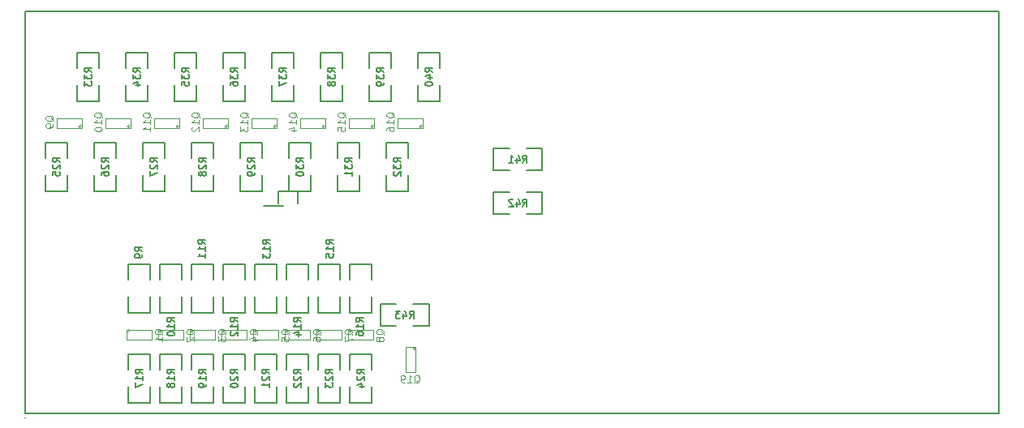
<source format=gbo>
G04 (created by PCBNEW (2013-mar-13)-testing) date mer. 23 oct. 2013 21:04:54 CEST*
%MOIN*%
G04 Gerber Fmt 3.4, Leading zero omitted, Abs format*
%FSLAX34Y34*%
G01*
G70*
G90*
G04 APERTURE LIST*
%ADD10C,0.005906*%
%ADD11C,0.007874*%
%ADD12C,0.005000*%
%ADD13C,0.003100*%
%ADD14C,0.004700*%
G04 APERTURE END LIST*
G54D10*
X74000Y-29100D02*
X74000Y-45650D01*
X73400Y-29100D02*
X74000Y-29100D01*
X73400Y-45650D02*
X74000Y-45650D01*
X34000Y-29100D02*
X34000Y-45600D01*
X34000Y-29100D02*
X73400Y-29100D01*
X34000Y-45650D02*
X34000Y-45600D01*
X73400Y-45650D02*
X34000Y-45650D01*
G54D11*
X43800Y-37100D02*
X43950Y-37100D01*
X44400Y-36500D02*
X44400Y-37000D01*
X44550Y-36500D02*
X44400Y-36500D01*
X43900Y-37100D02*
X44100Y-37100D01*
X44500Y-36500D02*
X44700Y-36500D01*
X44600Y-37100D02*
X44050Y-37100D01*
X45200Y-36500D02*
X45200Y-37000D01*
X44650Y-36500D02*
X45200Y-36500D01*
G54D10*
X34000Y-45800D02*
G75*
G03X34000Y-45800I0J0D01*
G74*
G01*
X33999Y-45800D02*
X34000Y-45800D01*
X34000Y-45799D02*
X34000Y-45800D01*
G54D12*
X38250Y-39500D02*
X39150Y-39500D01*
X39150Y-39500D02*
X39150Y-40150D01*
X38250Y-40850D02*
X38250Y-41500D01*
X38250Y-41500D02*
X39150Y-41500D01*
X39150Y-41500D02*
X39150Y-40850D01*
X38250Y-40150D02*
X38250Y-39500D01*
X40850Y-39500D02*
X41750Y-39500D01*
X41750Y-39500D02*
X41750Y-40150D01*
X40850Y-40850D02*
X40850Y-41500D01*
X40850Y-41500D02*
X41750Y-41500D01*
X41750Y-41500D02*
X41750Y-40850D01*
X40850Y-40150D02*
X40850Y-39500D01*
X43450Y-39500D02*
X44350Y-39500D01*
X44350Y-39500D02*
X44350Y-40150D01*
X43450Y-40850D02*
X43450Y-41500D01*
X43450Y-41500D02*
X44350Y-41500D01*
X44350Y-41500D02*
X44350Y-40850D01*
X43450Y-40150D02*
X43450Y-39500D01*
X46050Y-39500D02*
X46950Y-39500D01*
X46950Y-39500D02*
X46950Y-40150D01*
X46050Y-40850D02*
X46050Y-41500D01*
X46050Y-41500D02*
X46950Y-41500D01*
X46950Y-41500D02*
X46950Y-40850D01*
X46050Y-40150D02*
X46050Y-39500D01*
X47350Y-39500D02*
X48250Y-39500D01*
X48250Y-39500D02*
X48250Y-40150D01*
X47350Y-40850D02*
X47350Y-41500D01*
X47350Y-41500D02*
X48250Y-41500D01*
X48250Y-41500D02*
X48250Y-40850D01*
X47350Y-40150D02*
X47350Y-39500D01*
X44750Y-39500D02*
X45650Y-39500D01*
X45650Y-39500D02*
X45650Y-40150D01*
X44750Y-40850D02*
X44750Y-41500D01*
X44750Y-41500D02*
X45650Y-41500D01*
X45650Y-41500D02*
X45650Y-40850D01*
X44750Y-40150D02*
X44750Y-39500D01*
X42150Y-39500D02*
X43050Y-39500D01*
X43050Y-39500D02*
X43050Y-40150D01*
X42150Y-40850D02*
X42150Y-41500D01*
X42150Y-41500D02*
X43050Y-41500D01*
X43050Y-41500D02*
X43050Y-40850D01*
X42150Y-40150D02*
X42150Y-39500D01*
X39550Y-39500D02*
X40450Y-39500D01*
X40450Y-39500D02*
X40450Y-40150D01*
X39550Y-40850D02*
X39550Y-41500D01*
X39550Y-41500D02*
X40450Y-41500D01*
X40450Y-41500D02*
X40450Y-40850D01*
X39550Y-40150D02*
X39550Y-39500D01*
X39150Y-45200D02*
X38250Y-45200D01*
X38250Y-45200D02*
X38250Y-44550D01*
X39150Y-43850D02*
X39150Y-43200D01*
X39150Y-43200D02*
X38250Y-43200D01*
X38250Y-43200D02*
X38250Y-43850D01*
X39150Y-44550D02*
X39150Y-45200D01*
X40450Y-45200D02*
X39550Y-45200D01*
X39550Y-45200D02*
X39550Y-44550D01*
X40450Y-43850D02*
X40450Y-43200D01*
X40450Y-43200D02*
X39550Y-43200D01*
X39550Y-43200D02*
X39550Y-43850D01*
X40450Y-44550D02*
X40450Y-45200D01*
G54D13*
X38299Y-42262D02*
G75*
G03X38299Y-42262I-62J0D01*
G74*
G01*
X39200Y-42600D02*
X39200Y-42200D01*
X38175Y-42600D02*
X38175Y-42200D01*
X39200Y-42200D02*
X38175Y-42200D01*
X38175Y-42600D02*
X39200Y-42600D01*
X39599Y-42262D02*
G75*
G03X39599Y-42262I-62J0D01*
G74*
G01*
X40500Y-42600D02*
X40500Y-42200D01*
X39475Y-42600D02*
X39475Y-42200D01*
X40500Y-42200D02*
X39475Y-42200D01*
X39475Y-42600D02*
X40500Y-42600D01*
X40899Y-42262D02*
G75*
G03X40899Y-42262I-62J0D01*
G74*
G01*
X41800Y-42600D02*
X41800Y-42200D01*
X40775Y-42600D02*
X40775Y-42200D01*
X41800Y-42200D02*
X40775Y-42200D01*
X40775Y-42600D02*
X41800Y-42600D01*
X42199Y-42262D02*
G75*
G03X42199Y-42262I-62J0D01*
G74*
G01*
X43100Y-42600D02*
X43100Y-42200D01*
X42075Y-42600D02*
X42075Y-42200D01*
X43100Y-42200D02*
X42075Y-42200D01*
X42075Y-42600D02*
X43100Y-42600D01*
X43499Y-42262D02*
G75*
G03X43499Y-42262I-62J0D01*
G74*
G01*
X44400Y-42600D02*
X44400Y-42200D01*
X43375Y-42600D02*
X43375Y-42200D01*
X44400Y-42200D02*
X43375Y-42200D01*
X43375Y-42600D02*
X44400Y-42600D01*
X44799Y-42262D02*
G75*
G03X44799Y-42262I-62J0D01*
G74*
G01*
X45700Y-42600D02*
X45700Y-42200D01*
X44675Y-42600D02*
X44675Y-42200D01*
X45700Y-42200D02*
X44675Y-42200D01*
X44675Y-42600D02*
X45700Y-42600D01*
X46099Y-42262D02*
G75*
G03X46099Y-42262I-62J0D01*
G74*
G01*
X47000Y-42600D02*
X47000Y-42200D01*
X45975Y-42600D02*
X45975Y-42200D01*
X47000Y-42200D02*
X45975Y-42200D01*
X45975Y-42600D02*
X47000Y-42600D01*
X47399Y-42262D02*
G75*
G03X47399Y-42262I-62J0D01*
G74*
G01*
X48300Y-42600D02*
X48300Y-42200D01*
X47275Y-42600D02*
X47275Y-42200D01*
X48300Y-42200D02*
X47275Y-42200D01*
X47275Y-42600D02*
X48300Y-42600D01*
X36325Y-33838D02*
G75*
G03X36325Y-33838I-62J0D01*
G74*
G01*
X35300Y-33500D02*
X35300Y-33900D01*
X36325Y-33500D02*
X36325Y-33900D01*
X35300Y-33900D02*
X36325Y-33900D01*
X36325Y-33500D02*
X35300Y-33500D01*
X38325Y-33838D02*
G75*
G03X38325Y-33838I-62J0D01*
G74*
G01*
X37300Y-33500D02*
X37300Y-33900D01*
X38325Y-33500D02*
X38325Y-33900D01*
X37300Y-33900D02*
X38325Y-33900D01*
X38325Y-33500D02*
X37300Y-33500D01*
X40325Y-33838D02*
G75*
G03X40325Y-33838I-62J0D01*
G74*
G01*
X39300Y-33500D02*
X39300Y-33900D01*
X40325Y-33500D02*
X40325Y-33900D01*
X39300Y-33900D02*
X40325Y-33900D01*
X40325Y-33500D02*
X39300Y-33500D01*
X42325Y-33838D02*
G75*
G03X42325Y-33838I-62J0D01*
G74*
G01*
X41300Y-33500D02*
X41300Y-33900D01*
X42325Y-33500D02*
X42325Y-33900D01*
X41300Y-33900D02*
X42325Y-33900D01*
X42325Y-33500D02*
X41300Y-33500D01*
X44325Y-33838D02*
G75*
G03X44325Y-33838I-62J0D01*
G74*
G01*
X43300Y-33500D02*
X43300Y-33900D01*
X44325Y-33500D02*
X44325Y-33900D01*
X43300Y-33900D02*
X44325Y-33900D01*
X44325Y-33500D02*
X43300Y-33500D01*
X46325Y-33838D02*
G75*
G03X46325Y-33838I-62J0D01*
G74*
G01*
X45300Y-33500D02*
X45300Y-33900D01*
X46325Y-33500D02*
X46325Y-33900D01*
X45300Y-33900D02*
X46325Y-33900D01*
X46325Y-33500D02*
X45300Y-33500D01*
X48325Y-33838D02*
G75*
G03X48325Y-33838I-62J0D01*
G74*
G01*
X47300Y-33500D02*
X47300Y-33900D01*
X48325Y-33500D02*
X48325Y-33900D01*
X47300Y-33900D02*
X48325Y-33900D01*
X48325Y-33500D02*
X47300Y-33500D01*
X50325Y-33838D02*
G75*
G03X50325Y-33838I-62J0D01*
G74*
G01*
X49300Y-33500D02*
X49300Y-33900D01*
X50325Y-33500D02*
X50325Y-33900D01*
X49300Y-33900D02*
X50325Y-33900D01*
X50325Y-33500D02*
X49300Y-33500D01*
G54D12*
X41750Y-45200D02*
X40850Y-45200D01*
X40850Y-45200D02*
X40850Y-44550D01*
X41750Y-43850D02*
X41750Y-43200D01*
X41750Y-43200D02*
X40850Y-43200D01*
X40850Y-43200D02*
X40850Y-43850D01*
X41750Y-44550D02*
X41750Y-45200D01*
X43050Y-45200D02*
X42150Y-45200D01*
X42150Y-45200D02*
X42150Y-44550D01*
X43050Y-43850D02*
X43050Y-43200D01*
X43050Y-43200D02*
X42150Y-43200D01*
X42150Y-43200D02*
X42150Y-43850D01*
X43050Y-44550D02*
X43050Y-45200D01*
X44350Y-45200D02*
X43450Y-45200D01*
X43450Y-45200D02*
X43450Y-44550D01*
X44350Y-43850D02*
X44350Y-43200D01*
X44350Y-43200D02*
X43450Y-43200D01*
X43450Y-43200D02*
X43450Y-43850D01*
X44350Y-44550D02*
X44350Y-45200D01*
X45650Y-45200D02*
X44750Y-45200D01*
X44750Y-45200D02*
X44750Y-44550D01*
X45650Y-43850D02*
X45650Y-43200D01*
X45650Y-43200D02*
X44750Y-43200D01*
X44750Y-43200D02*
X44750Y-43850D01*
X45650Y-44550D02*
X45650Y-45200D01*
X46950Y-45200D02*
X46050Y-45200D01*
X46050Y-45200D02*
X46050Y-44550D01*
X46950Y-43850D02*
X46950Y-43200D01*
X46950Y-43200D02*
X46050Y-43200D01*
X46050Y-43200D02*
X46050Y-43850D01*
X46950Y-44550D02*
X46950Y-45200D01*
X48250Y-45200D02*
X47350Y-45200D01*
X47350Y-45200D02*
X47350Y-44550D01*
X48250Y-43850D02*
X48250Y-43200D01*
X48250Y-43200D02*
X47350Y-43200D01*
X47350Y-43200D02*
X47350Y-43850D01*
X48250Y-44550D02*
X48250Y-45200D01*
X35750Y-36500D02*
X34850Y-36500D01*
X34850Y-36500D02*
X34850Y-35850D01*
X35750Y-35150D02*
X35750Y-34500D01*
X35750Y-34500D02*
X34850Y-34500D01*
X34850Y-34500D02*
X34850Y-35150D01*
X35750Y-35850D02*
X35750Y-36500D01*
X37750Y-36500D02*
X36850Y-36500D01*
X36850Y-36500D02*
X36850Y-35850D01*
X37750Y-35150D02*
X37750Y-34500D01*
X37750Y-34500D02*
X36850Y-34500D01*
X36850Y-34500D02*
X36850Y-35150D01*
X37750Y-35850D02*
X37750Y-36500D01*
X39750Y-36500D02*
X38850Y-36500D01*
X38850Y-36500D02*
X38850Y-35850D01*
X39750Y-35150D02*
X39750Y-34500D01*
X39750Y-34500D02*
X38850Y-34500D01*
X38850Y-34500D02*
X38850Y-35150D01*
X39750Y-35850D02*
X39750Y-36500D01*
X41750Y-36500D02*
X40850Y-36500D01*
X40850Y-36500D02*
X40850Y-35850D01*
X41750Y-35150D02*
X41750Y-34500D01*
X41750Y-34500D02*
X40850Y-34500D01*
X40850Y-34500D02*
X40850Y-35150D01*
X41750Y-35850D02*
X41750Y-36500D01*
X43750Y-36500D02*
X42850Y-36500D01*
X42850Y-36500D02*
X42850Y-35850D01*
X43750Y-35150D02*
X43750Y-34500D01*
X43750Y-34500D02*
X42850Y-34500D01*
X42850Y-34500D02*
X42850Y-35150D01*
X43750Y-35850D02*
X43750Y-36500D01*
X45750Y-36500D02*
X44850Y-36500D01*
X44850Y-36500D02*
X44850Y-35850D01*
X45750Y-35150D02*
X45750Y-34500D01*
X45750Y-34500D02*
X44850Y-34500D01*
X44850Y-34500D02*
X44850Y-35150D01*
X45750Y-35850D02*
X45750Y-36500D01*
X47750Y-36500D02*
X46850Y-36500D01*
X46850Y-36500D02*
X46850Y-35850D01*
X47750Y-35150D02*
X47750Y-34500D01*
X47750Y-34500D02*
X46850Y-34500D01*
X46850Y-34500D02*
X46850Y-35150D01*
X47750Y-35850D02*
X47750Y-36500D01*
X49750Y-36500D02*
X48850Y-36500D01*
X48850Y-36500D02*
X48850Y-35850D01*
X49750Y-35150D02*
X49750Y-34500D01*
X49750Y-34500D02*
X48850Y-34500D01*
X48850Y-34500D02*
X48850Y-35150D01*
X49750Y-35850D02*
X49750Y-36500D01*
X36150Y-30800D02*
X37050Y-30800D01*
X37050Y-30800D02*
X37050Y-31450D01*
X36150Y-32150D02*
X36150Y-32800D01*
X36150Y-32800D02*
X37050Y-32800D01*
X37050Y-32800D02*
X37050Y-32150D01*
X36150Y-31450D02*
X36150Y-30800D01*
X38150Y-30800D02*
X39050Y-30800D01*
X39050Y-30800D02*
X39050Y-31450D01*
X38150Y-32150D02*
X38150Y-32800D01*
X38150Y-32800D02*
X39050Y-32800D01*
X39050Y-32800D02*
X39050Y-32150D01*
X38150Y-31450D02*
X38150Y-30800D01*
X40150Y-30800D02*
X41050Y-30800D01*
X41050Y-30800D02*
X41050Y-31450D01*
X40150Y-32150D02*
X40150Y-32800D01*
X40150Y-32800D02*
X41050Y-32800D01*
X41050Y-32800D02*
X41050Y-32150D01*
X40150Y-31450D02*
X40150Y-30800D01*
X42150Y-30800D02*
X43050Y-30800D01*
X43050Y-30800D02*
X43050Y-31450D01*
X42150Y-32150D02*
X42150Y-32800D01*
X42150Y-32800D02*
X43050Y-32800D01*
X43050Y-32800D02*
X43050Y-32150D01*
X42150Y-31450D02*
X42150Y-30800D01*
X44150Y-30800D02*
X45050Y-30800D01*
X45050Y-30800D02*
X45050Y-31450D01*
X44150Y-32150D02*
X44150Y-32800D01*
X44150Y-32800D02*
X45050Y-32800D01*
X45050Y-32800D02*
X45050Y-32150D01*
X44150Y-31450D02*
X44150Y-30800D01*
X46150Y-30800D02*
X47050Y-30800D01*
X47050Y-30800D02*
X47050Y-31450D01*
X46150Y-32150D02*
X46150Y-32800D01*
X46150Y-32800D02*
X47050Y-32800D01*
X47050Y-32800D02*
X47050Y-32150D01*
X46150Y-31450D02*
X46150Y-30800D01*
X48150Y-30800D02*
X49050Y-30800D01*
X49050Y-30800D02*
X49050Y-31450D01*
X48150Y-32150D02*
X48150Y-32800D01*
X48150Y-32800D02*
X49050Y-32800D01*
X49050Y-32800D02*
X49050Y-32150D01*
X48150Y-31450D02*
X48150Y-30800D01*
X50150Y-30800D02*
X51050Y-30800D01*
X51050Y-30800D02*
X51050Y-31450D01*
X50150Y-32150D02*
X50150Y-32800D01*
X50150Y-32800D02*
X51050Y-32800D01*
X51050Y-32800D02*
X51050Y-32150D01*
X50150Y-31450D02*
X50150Y-30800D01*
X55250Y-34750D02*
X55250Y-35650D01*
X55250Y-35650D02*
X54600Y-35650D01*
X53900Y-34750D02*
X53250Y-34750D01*
X53250Y-34750D02*
X53250Y-35650D01*
X53250Y-35650D02*
X53900Y-35650D01*
X54600Y-34750D02*
X55250Y-34750D01*
X53250Y-37450D02*
X53250Y-36550D01*
X53250Y-36550D02*
X53900Y-36550D01*
X54600Y-37450D02*
X55250Y-37450D01*
X55250Y-37450D02*
X55250Y-36550D01*
X55250Y-36550D02*
X54600Y-36550D01*
X53900Y-37450D02*
X53250Y-37450D01*
G54D13*
X50050Y-42987D02*
G75*
G03X50050Y-42987I-62J0D01*
G74*
G01*
X49650Y-43950D02*
X50050Y-43950D01*
X49650Y-42925D02*
X50050Y-42925D01*
X50050Y-43950D02*
X50050Y-42925D01*
X49650Y-42925D02*
X49650Y-43950D01*
G54D12*
X48600Y-42050D02*
X48600Y-41150D01*
X48600Y-41150D02*
X49250Y-41150D01*
X49950Y-42050D02*
X50600Y-42050D01*
X50600Y-42050D02*
X50600Y-41150D01*
X50600Y-41150D02*
X49950Y-41150D01*
X49250Y-42050D02*
X48600Y-42050D01*
X38810Y-38975D02*
X38667Y-38875D01*
X38810Y-38803D02*
X38510Y-38803D01*
X38510Y-38917D01*
X38525Y-38946D01*
X38539Y-38960D01*
X38567Y-38975D01*
X38610Y-38975D01*
X38639Y-38960D01*
X38653Y-38946D01*
X38667Y-38917D01*
X38667Y-38803D01*
X38810Y-39117D02*
X38810Y-39175D01*
X38796Y-39203D01*
X38782Y-39217D01*
X38739Y-39246D01*
X38682Y-39260D01*
X38567Y-39260D01*
X38539Y-39246D01*
X38525Y-39232D01*
X38510Y-39203D01*
X38510Y-39146D01*
X38525Y-39117D01*
X38539Y-39103D01*
X38567Y-39089D01*
X38639Y-39089D01*
X38667Y-39103D01*
X38682Y-39117D01*
X38696Y-39146D01*
X38696Y-39203D01*
X38682Y-39232D01*
X38667Y-39246D01*
X38639Y-39260D01*
X41410Y-38682D02*
X41267Y-38582D01*
X41410Y-38510D02*
X41110Y-38510D01*
X41110Y-38625D01*
X41125Y-38653D01*
X41139Y-38667D01*
X41167Y-38682D01*
X41210Y-38682D01*
X41239Y-38667D01*
X41253Y-38653D01*
X41267Y-38625D01*
X41267Y-38510D01*
X41410Y-38967D02*
X41410Y-38796D01*
X41410Y-38882D02*
X41110Y-38882D01*
X41153Y-38853D01*
X41182Y-38825D01*
X41196Y-38796D01*
X41410Y-39253D02*
X41410Y-39082D01*
X41410Y-39167D02*
X41110Y-39167D01*
X41153Y-39139D01*
X41182Y-39110D01*
X41196Y-39082D01*
X44060Y-38682D02*
X43917Y-38582D01*
X44060Y-38510D02*
X43760Y-38510D01*
X43760Y-38625D01*
X43775Y-38653D01*
X43789Y-38667D01*
X43817Y-38682D01*
X43860Y-38682D01*
X43889Y-38667D01*
X43903Y-38653D01*
X43917Y-38625D01*
X43917Y-38510D01*
X44060Y-38967D02*
X44060Y-38796D01*
X44060Y-38882D02*
X43760Y-38882D01*
X43803Y-38853D01*
X43832Y-38825D01*
X43846Y-38796D01*
X43760Y-39067D02*
X43760Y-39253D01*
X43875Y-39153D01*
X43875Y-39196D01*
X43889Y-39225D01*
X43903Y-39239D01*
X43932Y-39253D01*
X44003Y-39253D01*
X44032Y-39239D01*
X44046Y-39225D01*
X44060Y-39196D01*
X44060Y-39110D01*
X44046Y-39082D01*
X44032Y-39067D01*
X46660Y-38682D02*
X46517Y-38582D01*
X46660Y-38510D02*
X46360Y-38510D01*
X46360Y-38625D01*
X46375Y-38653D01*
X46389Y-38667D01*
X46417Y-38682D01*
X46460Y-38682D01*
X46489Y-38667D01*
X46503Y-38653D01*
X46517Y-38625D01*
X46517Y-38510D01*
X46660Y-38967D02*
X46660Y-38796D01*
X46660Y-38882D02*
X46360Y-38882D01*
X46403Y-38853D01*
X46432Y-38825D01*
X46446Y-38796D01*
X46360Y-39239D02*
X46360Y-39096D01*
X46503Y-39082D01*
X46489Y-39096D01*
X46475Y-39125D01*
X46475Y-39196D01*
X46489Y-39225D01*
X46503Y-39239D01*
X46532Y-39253D01*
X46603Y-39253D01*
X46632Y-39239D01*
X46646Y-39225D01*
X46660Y-39196D01*
X46660Y-39125D01*
X46646Y-39096D01*
X46632Y-39082D01*
X47885Y-41882D02*
X47742Y-41782D01*
X47885Y-41710D02*
X47585Y-41710D01*
X47585Y-41825D01*
X47600Y-41853D01*
X47614Y-41867D01*
X47642Y-41882D01*
X47685Y-41882D01*
X47714Y-41867D01*
X47728Y-41853D01*
X47742Y-41825D01*
X47742Y-41710D01*
X47885Y-42167D02*
X47885Y-41996D01*
X47885Y-42082D02*
X47585Y-42082D01*
X47628Y-42053D01*
X47657Y-42025D01*
X47671Y-41996D01*
X47585Y-42425D02*
X47585Y-42367D01*
X47600Y-42339D01*
X47614Y-42325D01*
X47657Y-42296D01*
X47714Y-42282D01*
X47828Y-42282D01*
X47857Y-42296D01*
X47871Y-42310D01*
X47885Y-42339D01*
X47885Y-42396D01*
X47871Y-42425D01*
X47857Y-42439D01*
X47828Y-42453D01*
X47757Y-42453D01*
X47728Y-42439D01*
X47714Y-42425D01*
X47700Y-42396D01*
X47700Y-42339D01*
X47714Y-42310D01*
X47728Y-42296D01*
X47757Y-42282D01*
X45335Y-41882D02*
X45192Y-41782D01*
X45335Y-41710D02*
X45035Y-41710D01*
X45035Y-41825D01*
X45050Y-41853D01*
X45064Y-41867D01*
X45092Y-41882D01*
X45135Y-41882D01*
X45164Y-41867D01*
X45178Y-41853D01*
X45192Y-41825D01*
X45192Y-41710D01*
X45335Y-42167D02*
X45335Y-41996D01*
X45335Y-42082D02*
X45035Y-42082D01*
X45078Y-42053D01*
X45107Y-42025D01*
X45121Y-41996D01*
X45135Y-42425D02*
X45335Y-42425D01*
X45021Y-42353D02*
X45235Y-42282D01*
X45235Y-42467D01*
X42735Y-41882D02*
X42592Y-41782D01*
X42735Y-41710D02*
X42435Y-41710D01*
X42435Y-41825D01*
X42450Y-41853D01*
X42464Y-41867D01*
X42492Y-41882D01*
X42535Y-41882D01*
X42564Y-41867D01*
X42578Y-41853D01*
X42592Y-41825D01*
X42592Y-41710D01*
X42735Y-42167D02*
X42735Y-41996D01*
X42735Y-42082D02*
X42435Y-42082D01*
X42478Y-42053D01*
X42507Y-42025D01*
X42521Y-41996D01*
X42464Y-42282D02*
X42450Y-42296D01*
X42435Y-42325D01*
X42435Y-42396D01*
X42450Y-42425D01*
X42464Y-42439D01*
X42492Y-42453D01*
X42521Y-42453D01*
X42564Y-42439D01*
X42735Y-42267D01*
X42735Y-42453D01*
X40135Y-41882D02*
X39992Y-41782D01*
X40135Y-41710D02*
X39835Y-41710D01*
X39835Y-41825D01*
X39850Y-41853D01*
X39864Y-41867D01*
X39892Y-41882D01*
X39935Y-41882D01*
X39964Y-41867D01*
X39978Y-41853D01*
X39992Y-41825D01*
X39992Y-41710D01*
X40135Y-42167D02*
X40135Y-41996D01*
X40135Y-42082D02*
X39835Y-42082D01*
X39878Y-42053D01*
X39907Y-42025D01*
X39921Y-41996D01*
X39835Y-42353D02*
X39835Y-42382D01*
X39850Y-42410D01*
X39864Y-42425D01*
X39892Y-42439D01*
X39950Y-42453D01*
X40021Y-42453D01*
X40078Y-42439D01*
X40107Y-42425D01*
X40121Y-42410D01*
X40135Y-42382D01*
X40135Y-42353D01*
X40121Y-42325D01*
X40107Y-42310D01*
X40078Y-42296D01*
X40021Y-42282D01*
X39950Y-42282D01*
X39892Y-42296D01*
X39864Y-42310D01*
X39850Y-42325D01*
X39835Y-42353D01*
X38835Y-44007D02*
X38692Y-43907D01*
X38835Y-43835D02*
X38535Y-43835D01*
X38535Y-43950D01*
X38550Y-43978D01*
X38564Y-43992D01*
X38592Y-44007D01*
X38635Y-44007D01*
X38664Y-43992D01*
X38678Y-43978D01*
X38692Y-43950D01*
X38692Y-43835D01*
X38835Y-44292D02*
X38835Y-44121D01*
X38835Y-44207D02*
X38535Y-44207D01*
X38578Y-44178D01*
X38607Y-44150D01*
X38621Y-44121D01*
X38535Y-44392D02*
X38535Y-44592D01*
X38835Y-44464D01*
X40135Y-44007D02*
X39992Y-43907D01*
X40135Y-43835D02*
X39835Y-43835D01*
X39835Y-43950D01*
X39850Y-43978D01*
X39864Y-43992D01*
X39892Y-44007D01*
X39935Y-44007D01*
X39964Y-43992D01*
X39978Y-43978D01*
X39992Y-43950D01*
X39992Y-43835D01*
X40135Y-44292D02*
X40135Y-44121D01*
X40135Y-44207D02*
X39835Y-44207D01*
X39878Y-44178D01*
X39907Y-44150D01*
X39921Y-44121D01*
X39964Y-44464D02*
X39950Y-44435D01*
X39935Y-44421D01*
X39907Y-44407D01*
X39892Y-44407D01*
X39864Y-44421D01*
X39850Y-44435D01*
X39835Y-44464D01*
X39835Y-44521D01*
X39850Y-44550D01*
X39864Y-44564D01*
X39892Y-44578D01*
X39907Y-44578D01*
X39935Y-44564D01*
X39950Y-44550D01*
X39964Y-44521D01*
X39964Y-44464D01*
X39978Y-44435D01*
X39992Y-44421D01*
X40021Y-44407D01*
X40078Y-44407D01*
X40107Y-44421D01*
X40121Y-44435D01*
X40135Y-44464D01*
X40135Y-44521D01*
X40121Y-44550D01*
X40107Y-44564D01*
X40078Y-44578D01*
X40021Y-44578D01*
X39992Y-44564D01*
X39978Y-44550D01*
X39964Y-44521D01*
G54D14*
X39651Y-42410D02*
X39637Y-42381D01*
X39608Y-42353D01*
X39565Y-42310D01*
X39551Y-42281D01*
X39551Y-42253D01*
X39622Y-42267D02*
X39608Y-42239D01*
X39579Y-42210D01*
X39522Y-42196D01*
X39422Y-42196D01*
X39365Y-42210D01*
X39337Y-42239D01*
X39322Y-42267D01*
X39322Y-42324D01*
X39337Y-42353D01*
X39365Y-42381D01*
X39422Y-42396D01*
X39522Y-42396D01*
X39579Y-42381D01*
X39608Y-42353D01*
X39622Y-42324D01*
X39622Y-42267D01*
X39622Y-42681D02*
X39622Y-42510D01*
X39622Y-42596D02*
X39322Y-42596D01*
X39365Y-42567D01*
X39394Y-42539D01*
X39408Y-42510D01*
X40951Y-42410D02*
X40937Y-42381D01*
X40908Y-42353D01*
X40865Y-42310D01*
X40851Y-42281D01*
X40851Y-42253D01*
X40922Y-42267D02*
X40908Y-42239D01*
X40879Y-42210D01*
X40822Y-42196D01*
X40722Y-42196D01*
X40665Y-42210D01*
X40637Y-42239D01*
X40622Y-42267D01*
X40622Y-42324D01*
X40637Y-42353D01*
X40665Y-42381D01*
X40722Y-42396D01*
X40822Y-42396D01*
X40879Y-42381D01*
X40908Y-42353D01*
X40922Y-42324D01*
X40922Y-42267D01*
X40651Y-42510D02*
X40637Y-42524D01*
X40622Y-42553D01*
X40622Y-42624D01*
X40637Y-42653D01*
X40651Y-42667D01*
X40679Y-42681D01*
X40708Y-42681D01*
X40751Y-42667D01*
X40922Y-42496D01*
X40922Y-42681D01*
X42251Y-42410D02*
X42237Y-42381D01*
X42208Y-42353D01*
X42165Y-42310D01*
X42151Y-42281D01*
X42151Y-42253D01*
X42222Y-42267D02*
X42208Y-42239D01*
X42179Y-42210D01*
X42122Y-42196D01*
X42022Y-42196D01*
X41965Y-42210D01*
X41937Y-42239D01*
X41922Y-42267D01*
X41922Y-42324D01*
X41937Y-42353D01*
X41965Y-42381D01*
X42022Y-42396D01*
X42122Y-42396D01*
X42179Y-42381D01*
X42208Y-42353D01*
X42222Y-42324D01*
X42222Y-42267D01*
X41922Y-42496D02*
X41922Y-42681D01*
X42037Y-42581D01*
X42037Y-42624D01*
X42051Y-42653D01*
X42065Y-42667D01*
X42094Y-42681D01*
X42165Y-42681D01*
X42194Y-42667D01*
X42208Y-42653D01*
X42222Y-42624D01*
X42222Y-42539D01*
X42208Y-42510D01*
X42194Y-42496D01*
X43551Y-42410D02*
X43537Y-42381D01*
X43508Y-42353D01*
X43465Y-42310D01*
X43451Y-42281D01*
X43451Y-42253D01*
X43522Y-42267D02*
X43508Y-42239D01*
X43479Y-42210D01*
X43422Y-42196D01*
X43322Y-42196D01*
X43265Y-42210D01*
X43237Y-42239D01*
X43222Y-42267D01*
X43222Y-42324D01*
X43237Y-42353D01*
X43265Y-42381D01*
X43322Y-42396D01*
X43422Y-42396D01*
X43479Y-42381D01*
X43508Y-42353D01*
X43522Y-42324D01*
X43522Y-42267D01*
X43322Y-42653D02*
X43522Y-42653D01*
X43208Y-42581D02*
X43422Y-42510D01*
X43422Y-42696D01*
X44851Y-42410D02*
X44837Y-42381D01*
X44808Y-42353D01*
X44765Y-42310D01*
X44751Y-42281D01*
X44751Y-42253D01*
X44822Y-42267D02*
X44808Y-42239D01*
X44779Y-42210D01*
X44722Y-42196D01*
X44622Y-42196D01*
X44565Y-42210D01*
X44537Y-42239D01*
X44522Y-42267D01*
X44522Y-42324D01*
X44537Y-42353D01*
X44565Y-42381D01*
X44622Y-42396D01*
X44722Y-42396D01*
X44779Y-42381D01*
X44808Y-42353D01*
X44822Y-42324D01*
X44822Y-42267D01*
X44522Y-42667D02*
X44522Y-42524D01*
X44665Y-42510D01*
X44651Y-42524D01*
X44637Y-42553D01*
X44637Y-42624D01*
X44651Y-42653D01*
X44665Y-42667D01*
X44694Y-42681D01*
X44765Y-42681D01*
X44794Y-42667D01*
X44808Y-42653D01*
X44822Y-42624D01*
X44822Y-42553D01*
X44808Y-42524D01*
X44794Y-42510D01*
X46151Y-42410D02*
X46137Y-42381D01*
X46108Y-42353D01*
X46065Y-42310D01*
X46051Y-42281D01*
X46051Y-42253D01*
X46122Y-42267D02*
X46108Y-42239D01*
X46079Y-42210D01*
X46022Y-42196D01*
X45922Y-42196D01*
X45865Y-42210D01*
X45837Y-42239D01*
X45822Y-42267D01*
X45822Y-42324D01*
X45837Y-42353D01*
X45865Y-42381D01*
X45922Y-42396D01*
X46022Y-42396D01*
X46079Y-42381D01*
X46108Y-42353D01*
X46122Y-42324D01*
X46122Y-42267D01*
X45822Y-42653D02*
X45822Y-42596D01*
X45837Y-42567D01*
X45851Y-42553D01*
X45894Y-42524D01*
X45951Y-42510D01*
X46065Y-42510D01*
X46094Y-42524D01*
X46108Y-42539D01*
X46122Y-42567D01*
X46122Y-42624D01*
X46108Y-42653D01*
X46094Y-42667D01*
X46065Y-42681D01*
X45994Y-42681D01*
X45965Y-42667D01*
X45951Y-42653D01*
X45937Y-42624D01*
X45937Y-42567D01*
X45951Y-42539D01*
X45965Y-42524D01*
X45994Y-42510D01*
X47451Y-42410D02*
X47437Y-42381D01*
X47408Y-42353D01*
X47365Y-42310D01*
X47351Y-42281D01*
X47351Y-42253D01*
X47422Y-42267D02*
X47408Y-42239D01*
X47379Y-42210D01*
X47322Y-42196D01*
X47222Y-42196D01*
X47165Y-42210D01*
X47137Y-42239D01*
X47122Y-42267D01*
X47122Y-42324D01*
X47137Y-42353D01*
X47165Y-42381D01*
X47222Y-42396D01*
X47322Y-42396D01*
X47379Y-42381D01*
X47408Y-42353D01*
X47422Y-42324D01*
X47422Y-42267D01*
X47122Y-42496D02*
X47122Y-42696D01*
X47422Y-42567D01*
X48751Y-42410D02*
X48737Y-42381D01*
X48708Y-42353D01*
X48665Y-42310D01*
X48651Y-42281D01*
X48651Y-42253D01*
X48722Y-42267D02*
X48708Y-42239D01*
X48679Y-42210D01*
X48622Y-42196D01*
X48522Y-42196D01*
X48465Y-42210D01*
X48437Y-42239D01*
X48422Y-42267D01*
X48422Y-42324D01*
X48437Y-42353D01*
X48465Y-42381D01*
X48522Y-42396D01*
X48622Y-42396D01*
X48679Y-42381D01*
X48708Y-42353D01*
X48722Y-42324D01*
X48722Y-42267D01*
X48551Y-42567D02*
X48537Y-42539D01*
X48522Y-42524D01*
X48494Y-42510D01*
X48479Y-42510D01*
X48451Y-42524D01*
X48437Y-42539D01*
X48422Y-42567D01*
X48422Y-42624D01*
X48437Y-42653D01*
X48451Y-42667D01*
X48479Y-42681D01*
X48494Y-42681D01*
X48522Y-42667D01*
X48537Y-42653D01*
X48551Y-42624D01*
X48551Y-42567D01*
X48565Y-42539D01*
X48579Y-42524D01*
X48608Y-42510D01*
X48665Y-42510D01*
X48694Y-42524D01*
X48708Y-42539D01*
X48722Y-42567D01*
X48722Y-42624D01*
X48708Y-42653D01*
X48694Y-42667D01*
X48665Y-42681D01*
X48608Y-42681D01*
X48579Y-42667D01*
X48565Y-42653D01*
X48551Y-42624D01*
X35177Y-33632D02*
X35163Y-33603D01*
X35134Y-33575D01*
X35091Y-33532D01*
X35077Y-33503D01*
X35077Y-33475D01*
X35148Y-33489D02*
X35134Y-33461D01*
X35105Y-33432D01*
X35048Y-33418D01*
X34948Y-33418D01*
X34891Y-33432D01*
X34863Y-33461D01*
X34848Y-33489D01*
X34848Y-33546D01*
X34863Y-33575D01*
X34891Y-33603D01*
X34948Y-33618D01*
X35048Y-33618D01*
X35105Y-33603D01*
X35134Y-33575D01*
X35148Y-33546D01*
X35148Y-33489D01*
X35148Y-33761D02*
X35148Y-33818D01*
X35134Y-33846D01*
X35120Y-33861D01*
X35077Y-33889D01*
X35020Y-33903D01*
X34905Y-33903D01*
X34877Y-33889D01*
X34863Y-33875D01*
X34848Y-33846D01*
X34848Y-33789D01*
X34863Y-33761D01*
X34877Y-33746D01*
X34905Y-33732D01*
X34977Y-33732D01*
X35005Y-33746D01*
X35020Y-33761D01*
X35034Y-33789D01*
X35034Y-33846D01*
X35020Y-33875D01*
X35005Y-33889D01*
X34977Y-33903D01*
X37177Y-33489D02*
X37163Y-33461D01*
X37134Y-33432D01*
X37091Y-33389D01*
X37077Y-33361D01*
X37077Y-33332D01*
X37148Y-33346D02*
X37134Y-33318D01*
X37105Y-33289D01*
X37048Y-33275D01*
X36948Y-33275D01*
X36891Y-33289D01*
X36863Y-33318D01*
X36848Y-33346D01*
X36848Y-33403D01*
X36863Y-33432D01*
X36891Y-33461D01*
X36948Y-33475D01*
X37048Y-33475D01*
X37105Y-33461D01*
X37134Y-33432D01*
X37148Y-33403D01*
X37148Y-33346D01*
X37148Y-33761D02*
X37148Y-33589D01*
X37148Y-33675D02*
X36848Y-33675D01*
X36891Y-33646D01*
X36920Y-33618D01*
X36934Y-33589D01*
X36848Y-33946D02*
X36848Y-33975D01*
X36863Y-34003D01*
X36877Y-34018D01*
X36905Y-34032D01*
X36963Y-34046D01*
X37034Y-34046D01*
X37091Y-34032D01*
X37120Y-34018D01*
X37134Y-34003D01*
X37148Y-33975D01*
X37148Y-33946D01*
X37134Y-33918D01*
X37120Y-33903D01*
X37091Y-33889D01*
X37034Y-33875D01*
X36963Y-33875D01*
X36905Y-33889D01*
X36877Y-33903D01*
X36863Y-33918D01*
X36848Y-33946D01*
X39177Y-33489D02*
X39163Y-33461D01*
X39134Y-33432D01*
X39091Y-33389D01*
X39077Y-33361D01*
X39077Y-33332D01*
X39148Y-33346D02*
X39134Y-33318D01*
X39105Y-33289D01*
X39048Y-33275D01*
X38948Y-33275D01*
X38891Y-33289D01*
X38863Y-33318D01*
X38848Y-33346D01*
X38848Y-33403D01*
X38863Y-33432D01*
X38891Y-33461D01*
X38948Y-33475D01*
X39048Y-33475D01*
X39105Y-33461D01*
X39134Y-33432D01*
X39148Y-33403D01*
X39148Y-33346D01*
X39148Y-33761D02*
X39148Y-33589D01*
X39148Y-33675D02*
X38848Y-33675D01*
X38891Y-33646D01*
X38920Y-33618D01*
X38934Y-33589D01*
X39148Y-34046D02*
X39148Y-33875D01*
X39148Y-33961D02*
X38848Y-33961D01*
X38891Y-33932D01*
X38920Y-33903D01*
X38934Y-33875D01*
X41177Y-33489D02*
X41163Y-33461D01*
X41134Y-33432D01*
X41091Y-33389D01*
X41077Y-33361D01*
X41077Y-33332D01*
X41148Y-33346D02*
X41134Y-33318D01*
X41105Y-33289D01*
X41048Y-33275D01*
X40948Y-33275D01*
X40891Y-33289D01*
X40863Y-33318D01*
X40848Y-33346D01*
X40848Y-33403D01*
X40863Y-33432D01*
X40891Y-33461D01*
X40948Y-33475D01*
X41048Y-33475D01*
X41105Y-33461D01*
X41134Y-33432D01*
X41148Y-33403D01*
X41148Y-33346D01*
X41148Y-33761D02*
X41148Y-33589D01*
X41148Y-33675D02*
X40848Y-33675D01*
X40891Y-33646D01*
X40920Y-33618D01*
X40934Y-33589D01*
X40877Y-33875D02*
X40863Y-33889D01*
X40848Y-33918D01*
X40848Y-33989D01*
X40863Y-34018D01*
X40877Y-34032D01*
X40905Y-34046D01*
X40934Y-34046D01*
X40977Y-34032D01*
X41148Y-33861D01*
X41148Y-34046D01*
X43177Y-33489D02*
X43163Y-33461D01*
X43134Y-33432D01*
X43091Y-33389D01*
X43077Y-33361D01*
X43077Y-33332D01*
X43148Y-33346D02*
X43134Y-33318D01*
X43105Y-33289D01*
X43048Y-33275D01*
X42948Y-33275D01*
X42891Y-33289D01*
X42863Y-33318D01*
X42848Y-33346D01*
X42848Y-33403D01*
X42863Y-33432D01*
X42891Y-33461D01*
X42948Y-33475D01*
X43048Y-33475D01*
X43105Y-33461D01*
X43134Y-33432D01*
X43148Y-33403D01*
X43148Y-33346D01*
X43148Y-33761D02*
X43148Y-33589D01*
X43148Y-33675D02*
X42848Y-33675D01*
X42891Y-33646D01*
X42920Y-33618D01*
X42934Y-33589D01*
X42848Y-33861D02*
X42848Y-34046D01*
X42963Y-33946D01*
X42963Y-33989D01*
X42977Y-34018D01*
X42991Y-34032D01*
X43020Y-34046D01*
X43091Y-34046D01*
X43120Y-34032D01*
X43134Y-34018D01*
X43148Y-33989D01*
X43148Y-33903D01*
X43134Y-33875D01*
X43120Y-33861D01*
X45177Y-33489D02*
X45163Y-33461D01*
X45134Y-33432D01*
X45091Y-33389D01*
X45077Y-33361D01*
X45077Y-33332D01*
X45148Y-33346D02*
X45134Y-33318D01*
X45105Y-33289D01*
X45048Y-33275D01*
X44948Y-33275D01*
X44891Y-33289D01*
X44863Y-33318D01*
X44848Y-33346D01*
X44848Y-33403D01*
X44863Y-33432D01*
X44891Y-33461D01*
X44948Y-33475D01*
X45048Y-33475D01*
X45105Y-33461D01*
X45134Y-33432D01*
X45148Y-33403D01*
X45148Y-33346D01*
X45148Y-33761D02*
X45148Y-33589D01*
X45148Y-33675D02*
X44848Y-33675D01*
X44891Y-33646D01*
X44920Y-33618D01*
X44934Y-33589D01*
X44948Y-34018D02*
X45148Y-34018D01*
X44834Y-33946D02*
X45048Y-33875D01*
X45048Y-34061D01*
X47177Y-33489D02*
X47163Y-33461D01*
X47134Y-33432D01*
X47091Y-33389D01*
X47077Y-33361D01*
X47077Y-33332D01*
X47148Y-33346D02*
X47134Y-33318D01*
X47105Y-33289D01*
X47048Y-33275D01*
X46948Y-33275D01*
X46891Y-33289D01*
X46863Y-33318D01*
X46848Y-33346D01*
X46848Y-33403D01*
X46863Y-33432D01*
X46891Y-33461D01*
X46948Y-33475D01*
X47048Y-33475D01*
X47105Y-33461D01*
X47134Y-33432D01*
X47148Y-33403D01*
X47148Y-33346D01*
X47148Y-33761D02*
X47148Y-33589D01*
X47148Y-33675D02*
X46848Y-33675D01*
X46891Y-33646D01*
X46920Y-33618D01*
X46934Y-33589D01*
X46848Y-34032D02*
X46848Y-33889D01*
X46991Y-33875D01*
X46977Y-33889D01*
X46963Y-33918D01*
X46963Y-33989D01*
X46977Y-34018D01*
X46991Y-34032D01*
X47020Y-34046D01*
X47091Y-34046D01*
X47120Y-34032D01*
X47134Y-34018D01*
X47148Y-33989D01*
X47148Y-33918D01*
X47134Y-33889D01*
X47120Y-33875D01*
X49177Y-33489D02*
X49163Y-33461D01*
X49134Y-33432D01*
X49091Y-33389D01*
X49077Y-33361D01*
X49077Y-33332D01*
X49148Y-33346D02*
X49134Y-33318D01*
X49105Y-33289D01*
X49048Y-33275D01*
X48948Y-33275D01*
X48891Y-33289D01*
X48863Y-33318D01*
X48848Y-33346D01*
X48848Y-33403D01*
X48863Y-33432D01*
X48891Y-33461D01*
X48948Y-33475D01*
X49048Y-33475D01*
X49105Y-33461D01*
X49134Y-33432D01*
X49148Y-33403D01*
X49148Y-33346D01*
X49148Y-33761D02*
X49148Y-33589D01*
X49148Y-33675D02*
X48848Y-33675D01*
X48891Y-33646D01*
X48920Y-33618D01*
X48934Y-33589D01*
X48848Y-34018D02*
X48848Y-33961D01*
X48863Y-33932D01*
X48877Y-33918D01*
X48920Y-33889D01*
X48977Y-33875D01*
X49091Y-33875D01*
X49120Y-33889D01*
X49134Y-33903D01*
X49148Y-33932D01*
X49148Y-33989D01*
X49134Y-34018D01*
X49120Y-34032D01*
X49091Y-34046D01*
X49020Y-34046D01*
X48991Y-34032D01*
X48977Y-34018D01*
X48963Y-33989D01*
X48963Y-33932D01*
X48977Y-33903D01*
X48991Y-33889D01*
X49020Y-33875D01*
G54D12*
X41435Y-44007D02*
X41292Y-43907D01*
X41435Y-43835D02*
X41135Y-43835D01*
X41135Y-43950D01*
X41150Y-43978D01*
X41164Y-43992D01*
X41192Y-44007D01*
X41235Y-44007D01*
X41264Y-43992D01*
X41278Y-43978D01*
X41292Y-43950D01*
X41292Y-43835D01*
X41435Y-44292D02*
X41435Y-44121D01*
X41435Y-44207D02*
X41135Y-44207D01*
X41178Y-44178D01*
X41207Y-44150D01*
X41221Y-44121D01*
X41435Y-44435D02*
X41435Y-44492D01*
X41421Y-44521D01*
X41407Y-44535D01*
X41364Y-44564D01*
X41307Y-44578D01*
X41192Y-44578D01*
X41164Y-44564D01*
X41150Y-44550D01*
X41135Y-44521D01*
X41135Y-44464D01*
X41150Y-44435D01*
X41164Y-44421D01*
X41192Y-44407D01*
X41264Y-44407D01*
X41292Y-44421D01*
X41307Y-44435D01*
X41321Y-44464D01*
X41321Y-44521D01*
X41307Y-44550D01*
X41292Y-44564D01*
X41264Y-44578D01*
X42735Y-44007D02*
X42592Y-43907D01*
X42735Y-43835D02*
X42435Y-43835D01*
X42435Y-43950D01*
X42450Y-43978D01*
X42464Y-43992D01*
X42492Y-44007D01*
X42535Y-44007D01*
X42564Y-43992D01*
X42578Y-43978D01*
X42592Y-43950D01*
X42592Y-43835D01*
X42464Y-44121D02*
X42450Y-44135D01*
X42435Y-44164D01*
X42435Y-44235D01*
X42450Y-44264D01*
X42464Y-44278D01*
X42492Y-44292D01*
X42521Y-44292D01*
X42564Y-44278D01*
X42735Y-44107D01*
X42735Y-44292D01*
X42435Y-44478D02*
X42435Y-44507D01*
X42450Y-44535D01*
X42464Y-44550D01*
X42492Y-44564D01*
X42550Y-44578D01*
X42621Y-44578D01*
X42678Y-44564D01*
X42707Y-44550D01*
X42721Y-44535D01*
X42735Y-44507D01*
X42735Y-44478D01*
X42721Y-44450D01*
X42707Y-44435D01*
X42678Y-44421D01*
X42621Y-44407D01*
X42550Y-44407D01*
X42492Y-44421D01*
X42464Y-44435D01*
X42450Y-44450D01*
X42435Y-44478D01*
X44035Y-44007D02*
X43892Y-43907D01*
X44035Y-43835D02*
X43735Y-43835D01*
X43735Y-43950D01*
X43750Y-43978D01*
X43764Y-43992D01*
X43792Y-44007D01*
X43835Y-44007D01*
X43864Y-43992D01*
X43878Y-43978D01*
X43892Y-43950D01*
X43892Y-43835D01*
X43764Y-44121D02*
X43750Y-44135D01*
X43735Y-44164D01*
X43735Y-44235D01*
X43750Y-44264D01*
X43764Y-44278D01*
X43792Y-44292D01*
X43821Y-44292D01*
X43864Y-44278D01*
X44035Y-44107D01*
X44035Y-44292D01*
X44035Y-44578D02*
X44035Y-44407D01*
X44035Y-44492D02*
X43735Y-44492D01*
X43778Y-44464D01*
X43807Y-44435D01*
X43821Y-44407D01*
X45335Y-44007D02*
X45192Y-43907D01*
X45335Y-43835D02*
X45035Y-43835D01*
X45035Y-43950D01*
X45050Y-43978D01*
X45064Y-43992D01*
X45092Y-44007D01*
X45135Y-44007D01*
X45164Y-43992D01*
X45178Y-43978D01*
X45192Y-43950D01*
X45192Y-43835D01*
X45064Y-44121D02*
X45050Y-44135D01*
X45035Y-44164D01*
X45035Y-44235D01*
X45050Y-44264D01*
X45064Y-44278D01*
X45092Y-44292D01*
X45121Y-44292D01*
X45164Y-44278D01*
X45335Y-44107D01*
X45335Y-44292D01*
X45064Y-44407D02*
X45050Y-44421D01*
X45035Y-44450D01*
X45035Y-44521D01*
X45050Y-44550D01*
X45064Y-44564D01*
X45092Y-44578D01*
X45121Y-44578D01*
X45164Y-44564D01*
X45335Y-44392D01*
X45335Y-44578D01*
X46635Y-44007D02*
X46492Y-43907D01*
X46635Y-43835D02*
X46335Y-43835D01*
X46335Y-43950D01*
X46350Y-43978D01*
X46364Y-43992D01*
X46392Y-44007D01*
X46435Y-44007D01*
X46464Y-43992D01*
X46478Y-43978D01*
X46492Y-43950D01*
X46492Y-43835D01*
X46364Y-44121D02*
X46350Y-44135D01*
X46335Y-44164D01*
X46335Y-44235D01*
X46350Y-44264D01*
X46364Y-44278D01*
X46392Y-44292D01*
X46421Y-44292D01*
X46464Y-44278D01*
X46635Y-44107D01*
X46635Y-44292D01*
X46335Y-44392D02*
X46335Y-44578D01*
X46450Y-44478D01*
X46450Y-44521D01*
X46464Y-44550D01*
X46478Y-44564D01*
X46507Y-44578D01*
X46578Y-44578D01*
X46607Y-44564D01*
X46621Y-44550D01*
X46635Y-44521D01*
X46635Y-44435D01*
X46621Y-44407D01*
X46607Y-44392D01*
X47935Y-44007D02*
X47792Y-43907D01*
X47935Y-43835D02*
X47635Y-43835D01*
X47635Y-43950D01*
X47650Y-43978D01*
X47664Y-43992D01*
X47692Y-44007D01*
X47735Y-44007D01*
X47764Y-43992D01*
X47778Y-43978D01*
X47792Y-43950D01*
X47792Y-43835D01*
X47664Y-44121D02*
X47650Y-44135D01*
X47635Y-44164D01*
X47635Y-44235D01*
X47650Y-44264D01*
X47664Y-44278D01*
X47692Y-44292D01*
X47721Y-44292D01*
X47764Y-44278D01*
X47935Y-44107D01*
X47935Y-44292D01*
X47735Y-44550D02*
X47935Y-44550D01*
X47621Y-44478D02*
X47835Y-44407D01*
X47835Y-44592D01*
X35435Y-35307D02*
X35292Y-35207D01*
X35435Y-35135D02*
X35135Y-35135D01*
X35135Y-35250D01*
X35150Y-35278D01*
X35164Y-35292D01*
X35192Y-35307D01*
X35235Y-35307D01*
X35264Y-35292D01*
X35278Y-35278D01*
X35292Y-35250D01*
X35292Y-35135D01*
X35164Y-35421D02*
X35150Y-35435D01*
X35135Y-35464D01*
X35135Y-35535D01*
X35150Y-35564D01*
X35164Y-35578D01*
X35192Y-35592D01*
X35221Y-35592D01*
X35264Y-35578D01*
X35435Y-35407D01*
X35435Y-35592D01*
X35135Y-35864D02*
X35135Y-35721D01*
X35278Y-35707D01*
X35264Y-35721D01*
X35250Y-35750D01*
X35250Y-35821D01*
X35264Y-35850D01*
X35278Y-35864D01*
X35307Y-35878D01*
X35378Y-35878D01*
X35407Y-35864D01*
X35421Y-35850D01*
X35435Y-35821D01*
X35435Y-35750D01*
X35421Y-35721D01*
X35407Y-35707D01*
X37435Y-35307D02*
X37292Y-35207D01*
X37435Y-35135D02*
X37135Y-35135D01*
X37135Y-35250D01*
X37150Y-35278D01*
X37164Y-35292D01*
X37192Y-35307D01*
X37235Y-35307D01*
X37264Y-35292D01*
X37278Y-35278D01*
X37292Y-35250D01*
X37292Y-35135D01*
X37164Y-35421D02*
X37150Y-35435D01*
X37135Y-35464D01*
X37135Y-35535D01*
X37150Y-35564D01*
X37164Y-35578D01*
X37192Y-35592D01*
X37221Y-35592D01*
X37264Y-35578D01*
X37435Y-35407D01*
X37435Y-35592D01*
X37135Y-35850D02*
X37135Y-35792D01*
X37150Y-35764D01*
X37164Y-35750D01*
X37207Y-35721D01*
X37264Y-35707D01*
X37378Y-35707D01*
X37407Y-35721D01*
X37421Y-35735D01*
X37435Y-35764D01*
X37435Y-35821D01*
X37421Y-35850D01*
X37407Y-35864D01*
X37378Y-35878D01*
X37307Y-35878D01*
X37278Y-35864D01*
X37264Y-35850D01*
X37250Y-35821D01*
X37250Y-35764D01*
X37264Y-35735D01*
X37278Y-35721D01*
X37307Y-35707D01*
X39435Y-35307D02*
X39292Y-35207D01*
X39435Y-35135D02*
X39135Y-35135D01*
X39135Y-35250D01*
X39150Y-35278D01*
X39164Y-35292D01*
X39192Y-35307D01*
X39235Y-35307D01*
X39264Y-35292D01*
X39278Y-35278D01*
X39292Y-35250D01*
X39292Y-35135D01*
X39164Y-35421D02*
X39150Y-35435D01*
X39135Y-35464D01*
X39135Y-35535D01*
X39150Y-35564D01*
X39164Y-35578D01*
X39192Y-35592D01*
X39221Y-35592D01*
X39264Y-35578D01*
X39435Y-35407D01*
X39435Y-35592D01*
X39135Y-35692D02*
X39135Y-35892D01*
X39435Y-35764D01*
X41435Y-35307D02*
X41292Y-35207D01*
X41435Y-35135D02*
X41135Y-35135D01*
X41135Y-35250D01*
X41150Y-35278D01*
X41164Y-35292D01*
X41192Y-35307D01*
X41235Y-35307D01*
X41264Y-35292D01*
X41278Y-35278D01*
X41292Y-35250D01*
X41292Y-35135D01*
X41164Y-35421D02*
X41150Y-35435D01*
X41135Y-35464D01*
X41135Y-35535D01*
X41150Y-35564D01*
X41164Y-35578D01*
X41192Y-35592D01*
X41221Y-35592D01*
X41264Y-35578D01*
X41435Y-35407D01*
X41435Y-35592D01*
X41264Y-35764D02*
X41250Y-35735D01*
X41235Y-35721D01*
X41207Y-35707D01*
X41192Y-35707D01*
X41164Y-35721D01*
X41150Y-35735D01*
X41135Y-35764D01*
X41135Y-35821D01*
X41150Y-35850D01*
X41164Y-35864D01*
X41192Y-35878D01*
X41207Y-35878D01*
X41235Y-35864D01*
X41250Y-35850D01*
X41264Y-35821D01*
X41264Y-35764D01*
X41278Y-35735D01*
X41292Y-35721D01*
X41321Y-35707D01*
X41378Y-35707D01*
X41407Y-35721D01*
X41421Y-35735D01*
X41435Y-35764D01*
X41435Y-35821D01*
X41421Y-35850D01*
X41407Y-35864D01*
X41378Y-35878D01*
X41321Y-35878D01*
X41292Y-35864D01*
X41278Y-35850D01*
X41264Y-35821D01*
X43435Y-35307D02*
X43292Y-35207D01*
X43435Y-35135D02*
X43135Y-35135D01*
X43135Y-35250D01*
X43150Y-35278D01*
X43164Y-35292D01*
X43192Y-35307D01*
X43235Y-35307D01*
X43264Y-35292D01*
X43278Y-35278D01*
X43292Y-35250D01*
X43292Y-35135D01*
X43164Y-35421D02*
X43150Y-35435D01*
X43135Y-35464D01*
X43135Y-35535D01*
X43150Y-35564D01*
X43164Y-35578D01*
X43192Y-35592D01*
X43221Y-35592D01*
X43264Y-35578D01*
X43435Y-35407D01*
X43435Y-35592D01*
X43435Y-35735D02*
X43435Y-35792D01*
X43421Y-35821D01*
X43407Y-35835D01*
X43364Y-35864D01*
X43307Y-35878D01*
X43192Y-35878D01*
X43164Y-35864D01*
X43150Y-35850D01*
X43135Y-35821D01*
X43135Y-35764D01*
X43150Y-35735D01*
X43164Y-35721D01*
X43192Y-35707D01*
X43264Y-35707D01*
X43292Y-35721D01*
X43307Y-35735D01*
X43321Y-35764D01*
X43321Y-35821D01*
X43307Y-35850D01*
X43292Y-35864D01*
X43264Y-35878D01*
X45435Y-35307D02*
X45292Y-35207D01*
X45435Y-35135D02*
X45135Y-35135D01*
X45135Y-35250D01*
X45150Y-35278D01*
X45164Y-35292D01*
X45192Y-35307D01*
X45235Y-35307D01*
X45264Y-35292D01*
X45278Y-35278D01*
X45292Y-35250D01*
X45292Y-35135D01*
X45135Y-35407D02*
X45135Y-35592D01*
X45250Y-35492D01*
X45250Y-35535D01*
X45264Y-35564D01*
X45278Y-35578D01*
X45307Y-35592D01*
X45378Y-35592D01*
X45407Y-35578D01*
X45421Y-35564D01*
X45435Y-35535D01*
X45435Y-35450D01*
X45421Y-35421D01*
X45407Y-35407D01*
X45135Y-35778D02*
X45135Y-35807D01*
X45150Y-35835D01*
X45164Y-35850D01*
X45192Y-35864D01*
X45250Y-35878D01*
X45321Y-35878D01*
X45378Y-35864D01*
X45407Y-35850D01*
X45421Y-35835D01*
X45435Y-35807D01*
X45435Y-35778D01*
X45421Y-35750D01*
X45407Y-35735D01*
X45378Y-35721D01*
X45321Y-35707D01*
X45250Y-35707D01*
X45192Y-35721D01*
X45164Y-35735D01*
X45150Y-35750D01*
X45135Y-35778D01*
X47435Y-35307D02*
X47292Y-35207D01*
X47435Y-35135D02*
X47135Y-35135D01*
X47135Y-35250D01*
X47150Y-35278D01*
X47164Y-35292D01*
X47192Y-35307D01*
X47235Y-35307D01*
X47264Y-35292D01*
X47278Y-35278D01*
X47292Y-35250D01*
X47292Y-35135D01*
X47135Y-35407D02*
X47135Y-35592D01*
X47250Y-35492D01*
X47250Y-35535D01*
X47264Y-35564D01*
X47278Y-35578D01*
X47307Y-35592D01*
X47378Y-35592D01*
X47407Y-35578D01*
X47421Y-35564D01*
X47435Y-35535D01*
X47435Y-35450D01*
X47421Y-35421D01*
X47407Y-35407D01*
X47435Y-35878D02*
X47435Y-35707D01*
X47435Y-35792D02*
X47135Y-35792D01*
X47178Y-35764D01*
X47207Y-35735D01*
X47221Y-35707D01*
X49435Y-35307D02*
X49292Y-35207D01*
X49435Y-35135D02*
X49135Y-35135D01*
X49135Y-35250D01*
X49150Y-35278D01*
X49164Y-35292D01*
X49192Y-35307D01*
X49235Y-35307D01*
X49264Y-35292D01*
X49278Y-35278D01*
X49292Y-35250D01*
X49292Y-35135D01*
X49135Y-35407D02*
X49135Y-35592D01*
X49250Y-35492D01*
X49250Y-35535D01*
X49264Y-35564D01*
X49278Y-35578D01*
X49307Y-35592D01*
X49378Y-35592D01*
X49407Y-35578D01*
X49421Y-35564D01*
X49435Y-35535D01*
X49435Y-35450D01*
X49421Y-35421D01*
X49407Y-35407D01*
X49164Y-35707D02*
X49150Y-35721D01*
X49135Y-35750D01*
X49135Y-35821D01*
X49150Y-35850D01*
X49164Y-35864D01*
X49192Y-35878D01*
X49221Y-35878D01*
X49264Y-35864D01*
X49435Y-35692D01*
X49435Y-35878D01*
X36735Y-31607D02*
X36592Y-31507D01*
X36735Y-31435D02*
X36435Y-31435D01*
X36435Y-31550D01*
X36450Y-31578D01*
X36464Y-31592D01*
X36492Y-31607D01*
X36535Y-31607D01*
X36564Y-31592D01*
X36578Y-31578D01*
X36592Y-31550D01*
X36592Y-31435D01*
X36435Y-31707D02*
X36435Y-31892D01*
X36550Y-31792D01*
X36550Y-31835D01*
X36564Y-31864D01*
X36578Y-31878D01*
X36607Y-31892D01*
X36678Y-31892D01*
X36707Y-31878D01*
X36721Y-31864D01*
X36735Y-31835D01*
X36735Y-31750D01*
X36721Y-31721D01*
X36707Y-31707D01*
X36435Y-31992D02*
X36435Y-32178D01*
X36550Y-32078D01*
X36550Y-32121D01*
X36564Y-32150D01*
X36578Y-32164D01*
X36607Y-32178D01*
X36678Y-32178D01*
X36707Y-32164D01*
X36721Y-32150D01*
X36735Y-32121D01*
X36735Y-32035D01*
X36721Y-32007D01*
X36707Y-31992D01*
X38735Y-31607D02*
X38592Y-31507D01*
X38735Y-31435D02*
X38435Y-31435D01*
X38435Y-31550D01*
X38450Y-31578D01*
X38464Y-31592D01*
X38492Y-31607D01*
X38535Y-31607D01*
X38564Y-31592D01*
X38578Y-31578D01*
X38592Y-31550D01*
X38592Y-31435D01*
X38435Y-31707D02*
X38435Y-31892D01*
X38550Y-31792D01*
X38550Y-31835D01*
X38564Y-31864D01*
X38578Y-31878D01*
X38607Y-31892D01*
X38678Y-31892D01*
X38707Y-31878D01*
X38721Y-31864D01*
X38735Y-31835D01*
X38735Y-31750D01*
X38721Y-31721D01*
X38707Y-31707D01*
X38535Y-32150D02*
X38735Y-32150D01*
X38421Y-32078D02*
X38635Y-32007D01*
X38635Y-32192D01*
X40735Y-31607D02*
X40592Y-31507D01*
X40735Y-31435D02*
X40435Y-31435D01*
X40435Y-31550D01*
X40450Y-31578D01*
X40464Y-31592D01*
X40492Y-31607D01*
X40535Y-31607D01*
X40564Y-31592D01*
X40578Y-31578D01*
X40592Y-31550D01*
X40592Y-31435D01*
X40435Y-31707D02*
X40435Y-31892D01*
X40550Y-31792D01*
X40550Y-31835D01*
X40564Y-31864D01*
X40578Y-31878D01*
X40607Y-31892D01*
X40678Y-31892D01*
X40707Y-31878D01*
X40721Y-31864D01*
X40735Y-31835D01*
X40735Y-31750D01*
X40721Y-31721D01*
X40707Y-31707D01*
X40435Y-32164D02*
X40435Y-32021D01*
X40578Y-32007D01*
X40564Y-32021D01*
X40550Y-32050D01*
X40550Y-32121D01*
X40564Y-32150D01*
X40578Y-32164D01*
X40607Y-32178D01*
X40678Y-32178D01*
X40707Y-32164D01*
X40721Y-32150D01*
X40735Y-32121D01*
X40735Y-32050D01*
X40721Y-32021D01*
X40707Y-32007D01*
X42735Y-31607D02*
X42592Y-31507D01*
X42735Y-31435D02*
X42435Y-31435D01*
X42435Y-31550D01*
X42450Y-31578D01*
X42464Y-31592D01*
X42492Y-31607D01*
X42535Y-31607D01*
X42564Y-31592D01*
X42578Y-31578D01*
X42592Y-31550D01*
X42592Y-31435D01*
X42435Y-31707D02*
X42435Y-31892D01*
X42550Y-31792D01*
X42550Y-31835D01*
X42564Y-31864D01*
X42578Y-31878D01*
X42607Y-31892D01*
X42678Y-31892D01*
X42707Y-31878D01*
X42721Y-31864D01*
X42735Y-31835D01*
X42735Y-31750D01*
X42721Y-31721D01*
X42707Y-31707D01*
X42435Y-32150D02*
X42435Y-32092D01*
X42450Y-32064D01*
X42464Y-32050D01*
X42507Y-32021D01*
X42564Y-32007D01*
X42678Y-32007D01*
X42707Y-32021D01*
X42721Y-32035D01*
X42735Y-32064D01*
X42735Y-32121D01*
X42721Y-32150D01*
X42707Y-32164D01*
X42678Y-32178D01*
X42607Y-32178D01*
X42578Y-32164D01*
X42564Y-32150D01*
X42550Y-32121D01*
X42550Y-32064D01*
X42564Y-32035D01*
X42578Y-32021D01*
X42607Y-32007D01*
X44735Y-31607D02*
X44592Y-31507D01*
X44735Y-31435D02*
X44435Y-31435D01*
X44435Y-31550D01*
X44450Y-31578D01*
X44464Y-31592D01*
X44492Y-31607D01*
X44535Y-31607D01*
X44564Y-31592D01*
X44578Y-31578D01*
X44592Y-31550D01*
X44592Y-31435D01*
X44435Y-31707D02*
X44435Y-31892D01*
X44550Y-31792D01*
X44550Y-31835D01*
X44564Y-31864D01*
X44578Y-31878D01*
X44607Y-31892D01*
X44678Y-31892D01*
X44707Y-31878D01*
X44721Y-31864D01*
X44735Y-31835D01*
X44735Y-31750D01*
X44721Y-31721D01*
X44707Y-31707D01*
X44435Y-31992D02*
X44435Y-32192D01*
X44735Y-32064D01*
X46735Y-31607D02*
X46592Y-31507D01*
X46735Y-31435D02*
X46435Y-31435D01*
X46435Y-31550D01*
X46450Y-31578D01*
X46464Y-31592D01*
X46492Y-31607D01*
X46535Y-31607D01*
X46564Y-31592D01*
X46578Y-31578D01*
X46592Y-31550D01*
X46592Y-31435D01*
X46435Y-31707D02*
X46435Y-31892D01*
X46550Y-31792D01*
X46550Y-31835D01*
X46564Y-31864D01*
X46578Y-31878D01*
X46607Y-31892D01*
X46678Y-31892D01*
X46707Y-31878D01*
X46721Y-31864D01*
X46735Y-31835D01*
X46735Y-31750D01*
X46721Y-31721D01*
X46707Y-31707D01*
X46564Y-32064D02*
X46550Y-32035D01*
X46535Y-32021D01*
X46507Y-32007D01*
X46492Y-32007D01*
X46464Y-32021D01*
X46450Y-32035D01*
X46435Y-32064D01*
X46435Y-32121D01*
X46450Y-32150D01*
X46464Y-32164D01*
X46492Y-32178D01*
X46507Y-32178D01*
X46535Y-32164D01*
X46550Y-32150D01*
X46564Y-32121D01*
X46564Y-32064D01*
X46578Y-32035D01*
X46592Y-32021D01*
X46621Y-32007D01*
X46678Y-32007D01*
X46707Y-32021D01*
X46721Y-32035D01*
X46735Y-32064D01*
X46735Y-32121D01*
X46721Y-32150D01*
X46707Y-32164D01*
X46678Y-32178D01*
X46621Y-32178D01*
X46592Y-32164D01*
X46578Y-32150D01*
X46564Y-32121D01*
X48735Y-31607D02*
X48592Y-31507D01*
X48735Y-31435D02*
X48435Y-31435D01*
X48435Y-31550D01*
X48450Y-31578D01*
X48464Y-31592D01*
X48492Y-31607D01*
X48535Y-31607D01*
X48564Y-31592D01*
X48578Y-31578D01*
X48592Y-31550D01*
X48592Y-31435D01*
X48435Y-31707D02*
X48435Y-31892D01*
X48550Y-31792D01*
X48550Y-31835D01*
X48564Y-31864D01*
X48578Y-31878D01*
X48607Y-31892D01*
X48678Y-31892D01*
X48707Y-31878D01*
X48721Y-31864D01*
X48735Y-31835D01*
X48735Y-31750D01*
X48721Y-31721D01*
X48707Y-31707D01*
X48735Y-32035D02*
X48735Y-32092D01*
X48721Y-32121D01*
X48707Y-32135D01*
X48664Y-32164D01*
X48607Y-32178D01*
X48492Y-32178D01*
X48464Y-32164D01*
X48450Y-32150D01*
X48435Y-32121D01*
X48435Y-32064D01*
X48450Y-32035D01*
X48464Y-32021D01*
X48492Y-32007D01*
X48564Y-32007D01*
X48592Y-32021D01*
X48607Y-32035D01*
X48621Y-32064D01*
X48621Y-32121D01*
X48607Y-32150D01*
X48592Y-32164D01*
X48564Y-32178D01*
X50735Y-31607D02*
X50592Y-31507D01*
X50735Y-31435D02*
X50435Y-31435D01*
X50435Y-31550D01*
X50450Y-31578D01*
X50464Y-31592D01*
X50492Y-31607D01*
X50535Y-31607D01*
X50564Y-31592D01*
X50578Y-31578D01*
X50592Y-31550D01*
X50592Y-31435D01*
X50535Y-31864D02*
X50735Y-31864D01*
X50421Y-31792D02*
X50635Y-31721D01*
X50635Y-31907D01*
X50435Y-32078D02*
X50435Y-32107D01*
X50450Y-32135D01*
X50464Y-32150D01*
X50492Y-32164D01*
X50550Y-32178D01*
X50621Y-32178D01*
X50678Y-32164D01*
X50707Y-32150D01*
X50721Y-32135D01*
X50735Y-32107D01*
X50735Y-32078D01*
X50721Y-32050D01*
X50707Y-32035D01*
X50678Y-32021D01*
X50621Y-32007D01*
X50550Y-32007D01*
X50492Y-32021D01*
X50464Y-32035D01*
X50450Y-32050D01*
X50435Y-32078D01*
X54442Y-35335D02*
X54542Y-35192D01*
X54614Y-35335D02*
X54614Y-35035D01*
X54500Y-35035D01*
X54471Y-35050D01*
X54457Y-35064D01*
X54442Y-35092D01*
X54442Y-35135D01*
X54457Y-35164D01*
X54471Y-35178D01*
X54500Y-35192D01*
X54614Y-35192D01*
X54185Y-35135D02*
X54185Y-35335D01*
X54257Y-35021D02*
X54328Y-35235D01*
X54142Y-35235D01*
X53871Y-35335D02*
X54042Y-35335D01*
X53957Y-35335D02*
X53957Y-35035D01*
X53985Y-35078D01*
X54014Y-35107D01*
X54042Y-35121D01*
X54442Y-37135D02*
X54542Y-36992D01*
X54614Y-37135D02*
X54614Y-36835D01*
X54500Y-36835D01*
X54471Y-36850D01*
X54457Y-36864D01*
X54442Y-36892D01*
X54442Y-36935D01*
X54457Y-36964D01*
X54471Y-36978D01*
X54500Y-36992D01*
X54614Y-36992D01*
X54185Y-36935D02*
X54185Y-37135D01*
X54257Y-36821D02*
X54328Y-37035D01*
X54142Y-37035D01*
X54042Y-36864D02*
X54028Y-36850D01*
X54000Y-36835D01*
X53928Y-36835D01*
X53900Y-36850D01*
X53885Y-36864D01*
X53871Y-36892D01*
X53871Y-36921D01*
X53885Y-36964D01*
X54057Y-37135D01*
X53871Y-37135D01*
G54D14*
X49982Y-44401D02*
X50011Y-44387D01*
X50039Y-44358D01*
X50082Y-44315D01*
X50111Y-44301D01*
X50139Y-44301D01*
X50125Y-44372D02*
X50153Y-44358D01*
X50182Y-44329D01*
X50196Y-44272D01*
X50196Y-44172D01*
X50182Y-44115D01*
X50153Y-44087D01*
X50125Y-44072D01*
X50068Y-44072D01*
X50039Y-44087D01*
X50011Y-44115D01*
X49996Y-44172D01*
X49996Y-44272D01*
X50011Y-44329D01*
X50039Y-44358D01*
X50068Y-44372D01*
X50125Y-44372D01*
X49711Y-44372D02*
X49882Y-44372D01*
X49796Y-44372D02*
X49796Y-44072D01*
X49825Y-44115D01*
X49853Y-44144D01*
X49882Y-44158D01*
X49568Y-44372D02*
X49511Y-44372D01*
X49482Y-44358D01*
X49468Y-44344D01*
X49439Y-44301D01*
X49425Y-44244D01*
X49425Y-44129D01*
X49439Y-44101D01*
X49453Y-44087D01*
X49482Y-44072D01*
X49539Y-44072D01*
X49568Y-44087D01*
X49582Y-44101D01*
X49596Y-44129D01*
X49596Y-44201D01*
X49582Y-44229D01*
X49568Y-44244D01*
X49539Y-44258D01*
X49482Y-44258D01*
X49453Y-44244D01*
X49439Y-44229D01*
X49425Y-44201D01*
G54D12*
X49792Y-41735D02*
X49892Y-41592D01*
X49964Y-41735D02*
X49964Y-41435D01*
X49850Y-41435D01*
X49821Y-41450D01*
X49807Y-41464D01*
X49792Y-41492D01*
X49792Y-41535D01*
X49807Y-41564D01*
X49821Y-41578D01*
X49850Y-41592D01*
X49964Y-41592D01*
X49535Y-41535D02*
X49535Y-41735D01*
X49607Y-41421D02*
X49678Y-41635D01*
X49492Y-41635D01*
X49407Y-41435D02*
X49221Y-41435D01*
X49321Y-41550D01*
X49278Y-41550D01*
X49250Y-41564D01*
X49235Y-41578D01*
X49221Y-41607D01*
X49221Y-41678D01*
X49235Y-41707D01*
X49250Y-41721D01*
X49278Y-41735D01*
X49364Y-41735D01*
X49392Y-41721D01*
X49407Y-41707D01*
M02*

</source>
